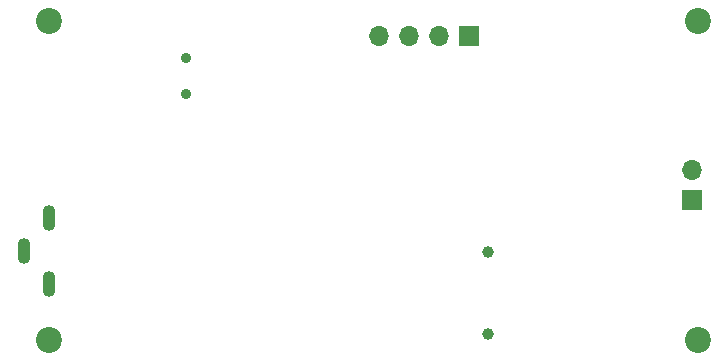
<source format=gbr>
%TF.GenerationSoftware,KiCad,Pcbnew,(6.0.9)*%
%TF.CreationDate,2023-07-19T12:20:02-07:00*%
%TF.ProjectId,pcb,7063622e-6b69-4636-9164-5f7063625858,0.1*%
%TF.SameCoordinates,Original*%
%TF.FileFunction,Soldermask,Bot*%
%TF.FilePolarity,Negative*%
%FSLAX46Y46*%
G04 Gerber Fmt 4.6, Leading zero omitted, Abs format (unit mm)*
G04 Created by KiCad (PCBNEW (6.0.9)) date 2023-07-19 12:20:02*
%MOMM*%
%LPD*%
G01*
G04 APERTURE LIST*
%ADD10O,1.100000X2.200000*%
%ADD11C,2.200000*%
%ADD12C,0.900000*%
%ADD13R,1.700000X1.700000*%
%ADD14O,1.700000X1.700000*%
%ADD15C,1.000000*%
G04 APERTURE END LIST*
D10*
%TO.C,J4*%
X48430000Y-39710000D03*
X48430000Y-45310000D03*
X46280000Y-42510000D03*
%TD*%
D11*
%TO.C,H4*%
X48370000Y-23070000D03*
%TD*%
%TO.C,H1*%
X48370000Y-50070000D03*
%TD*%
D12*
%TO.C,SW1*%
X60020000Y-26170000D03*
X60020000Y-29170000D03*
%TD*%
D11*
%TO.C,H2*%
X103370000Y-50070000D03*
%TD*%
D13*
%TO.C,J2*%
X102830000Y-38220000D03*
D14*
X102830000Y-35680000D03*
%TD*%
D15*
%TO.C,J1*%
X85570000Y-42570000D03*
X85570000Y-49570000D03*
%TD*%
D13*
%TO.C,J3*%
X83970000Y-24320000D03*
D14*
X81430000Y-24320000D03*
X78890000Y-24320000D03*
X76350000Y-24320000D03*
%TD*%
D11*
%TO.C,H3*%
X103370000Y-23070000D03*
%TD*%
M02*

</source>
